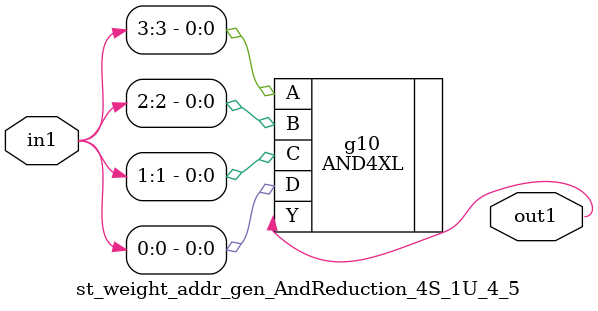
<source format=v>
`timescale 1ps / 1ps


module st_weight_addr_gen_AndReduction_4S_1U_4_5(in1, out1);
  input [3:0] in1;
  output out1;
  wire [3:0] in1;
  wire out1;
  AND4XL g10(.A (in1[3]), .B (in1[2]), .C (in1[1]), .D (in1[0]), .Y
       (out1));
endmodule



</source>
